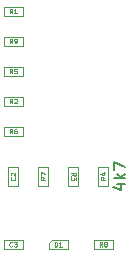
<source format=gbr>
%TF.GenerationSoftware,KiCad,Pcbnew,5.1.7+dfsg1-1~bpo10+1*%
%TF.CreationDate,Date%
%TF.ProjectId,ProMicro_CONN,50726f4d-6963-4726-9f5f-434f4e4e2e6b,v1.4*%
%TF.SameCoordinates,Original*%
%TF.FileFunction,Other,Fab,Top*%
%FSLAX46Y46*%
G04 Gerber Fmt 4.6, Leading zero omitted, Abs format (unit mm)*
G04 Created by KiCad*
%MOMM*%
%LPD*%
G01*
G04 APERTURE LIST*
%ADD10C,0.100000*%
%ADD11C,0.150000*%
%ADD12C,0.060000*%
G04 APERTURE END LIST*
D10*
%TO.C,R4*%
X11830000Y4915000D02*
X11030000Y4915000D01*
X11030000Y4915000D02*
X11030000Y6515000D01*
X11030000Y6515000D02*
X11830000Y6515000D01*
X11830000Y6515000D02*
X11830000Y4915000D01*
%TO.C,R9*%
X3010000Y16745000D02*
X3010000Y17545000D01*
X3010000Y17545000D02*
X4610000Y17545000D01*
X4610000Y17545000D02*
X4610000Y16745000D01*
X4610000Y16745000D02*
X3010000Y16745000D01*
%TO.C,R8*%
X12230000Y-463452D02*
X10630000Y-463452D01*
X12230000Y336548D02*
X12230000Y-463452D01*
X10630000Y336548D02*
X12230000Y336548D01*
X10630000Y-463452D02*
X10630000Y336548D01*
%TO.C,R7*%
X5950000Y4915000D02*
X5950000Y6515000D01*
X6750000Y4915000D02*
X5950000Y4915000D01*
X6750000Y6515000D02*
X6750000Y4915000D01*
X5950000Y6515000D02*
X6750000Y6515000D01*
%TO.C,R6*%
X3010000Y9925000D02*
X4610000Y9925000D01*
X3010000Y9125000D02*
X3010000Y9925000D01*
X4610000Y9125000D02*
X3010000Y9125000D01*
X4610000Y9925000D02*
X4610000Y9125000D01*
%TO.C,R5*%
X3010000Y15005000D02*
X4610000Y15005000D01*
X3010000Y14205000D02*
X3010000Y15005000D01*
X4610000Y14205000D02*
X3010000Y14205000D01*
X4610000Y15005000D02*
X4610000Y14205000D01*
%TO.C,R3*%
X9290000Y6515000D02*
X9290000Y4915000D01*
X8490000Y6515000D02*
X9290000Y6515000D01*
X8490000Y4915000D02*
X8490000Y6515000D01*
X9290000Y4915000D02*
X8490000Y4915000D01*
%TO.C,R2*%
X3010000Y12465000D02*
X4610000Y12465000D01*
X3010000Y11665000D02*
X3010000Y12465000D01*
X4610000Y11665000D02*
X3010000Y11665000D01*
X4610000Y12465000D02*
X4610000Y11665000D01*
%TO.C,R1*%
X3010000Y20085000D02*
X4610000Y20085000D01*
X3010000Y19285000D02*
X3010000Y20085000D01*
X4610000Y19285000D02*
X3010000Y19285000D01*
X4610000Y20085000D02*
X4610000Y19285000D01*
%TO.C,C3*%
X3010000Y336548D02*
X4610000Y336548D01*
X3010000Y-463452D02*
X3010000Y336548D01*
X4610000Y-463452D02*
X3010000Y-463452D01*
X4610000Y336548D02*
X4610000Y-463452D01*
%TO.C,C2*%
X3410000Y4915000D02*
X3410000Y6515000D01*
X4210000Y4915000D02*
X3410000Y4915000D01*
X4210000Y6515000D02*
X4210000Y4915000D01*
X3410000Y6515000D02*
X4210000Y6515000D01*
%TO.C,D1*%
X8420000Y336548D02*
X7120000Y336548D01*
X7120000Y336548D02*
X6820000Y36548D01*
X6820000Y36548D02*
X6820000Y-463452D01*
X6820000Y-463452D02*
X8420000Y-463452D01*
X8420000Y-463452D02*
X8420000Y336548D01*
%TD*%
%TO.C,R4*%
D11*
X12645714Y5024524D02*
X13312380Y5024524D01*
X12264761Y4786429D02*
X12979047Y4548334D01*
X12979047Y5167381D01*
X13312380Y5548334D02*
X12312380Y5548334D01*
X12931428Y5643572D02*
X13312380Y5929286D01*
X12645714Y5929286D02*
X13026666Y5548334D01*
X12312380Y6262620D02*
X12312380Y6929286D01*
X13312380Y6500715D01*
D12*
X11610952Y5648334D02*
X11420476Y5515000D01*
X11610952Y5419762D02*
X11210952Y5419762D01*
X11210952Y5572143D01*
X11230000Y5610239D01*
X11249047Y5629286D01*
X11287142Y5648334D01*
X11344285Y5648334D01*
X11382380Y5629286D01*
X11401428Y5610239D01*
X11420476Y5572143D01*
X11420476Y5419762D01*
X11344285Y5991191D02*
X11610952Y5991191D01*
X11191904Y5895953D02*
X11477619Y5800715D01*
X11477619Y6048334D01*
%TO.C,R9*%
X3743333Y16964048D02*
X3610000Y17154524D01*
X3514761Y16964048D02*
X3514761Y17364048D01*
X3667142Y17364048D01*
X3705238Y17345000D01*
X3724285Y17325953D01*
X3743333Y17287858D01*
X3743333Y17230715D01*
X3724285Y17192620D01*
X3705238Y17173572D01*
X3667142Y17154524D01*
X3514761Y17154524D01*
X3933809Y16964048D02*
X4010000Y16964048D01*
X4048095Y16983096D01*
X4067142Y17002143D01*
X4105238Y17059286D01*
X4124285Y17135477D01*
X4124285Y17287858D01*
X4105238Y17325953D01*
X4086190Y17345000D01*
X4048095Y17364048D01*
X3971904Y17364048D01*
X3933809Y17345000D01*
X3914761Y17325953D01*
X3895714Y17287858D01*
X3895714Y17192620D01*
X3914761Y17154524D01*
X3933809Y17135477D01*
X3971904Y17116429D01*
X4048095Y17116429D01*
X4086190Y17135477D01*
X4105238Y17154524D01*
X4124285Y17192620D01*
%TO.C,R8*%
X11363333Y-244404D02*
X11230000Y-53928D01*
X11134761Y-244404D02*
X11134761Y155596D01*
X11287142Y155596D01*
X11325238Y136548D01*
X11344285Y117501D01*
X11363333Y79406D01*
X11363333Y22263D01*
X11344285Y-15832D01*
X11325238Y-34880D01*
X11287142Y-53928D01*
X11134761Y-53928D01*
X11591904Y-15832D02*
X11553809Y3215D01*
X11534761Y22263D01*
X11515714Y60358D01*
X11515714Y79406D01*
X11534761Y117501D01*
X11553809Y136548D01*
X11591904Y155596D01*
X11668095Y155596D01*
X11706190Y136548D01*
X11725238Y117501D01*
X11744285Y79406D01*
X11744285Y60358D01*
X11725238Y22263D01*
X11706190Y3215D01*
X11668095Y-15832D01*
X11591904Y-15832D01*
X11553809Y-34880D01*
X11534761Y-53928D01*
X11515714Y-92023D01*
X11515714Y-168213D01*
X11534761Y-206309D01*
X11553809Y-225356D01*
X11591904Y-244404D01*
X11668095Y-244404D01*
X11706190Y-225356D01*
X11725238Y-206309D01*
X11744285Y-168213D01*
X11744285Y-92023D01*
X11725238Y-53928D01*
X11706190Y-34880D01*
X11668095Y-15832D01*
%TO.C,R7*%
X6530952Y5648334D02*
X6340476Y5515000D01*
X6530952Y5419762D02*
X6130952Y5419762D01*
X6130952Y5572143D01*
X6150000Y5610239D01*
X6169047Y5629286D01*
X6207142Y5648334D01*
X6264285Y5648334D01*
X6302380Y5629286D01*
X6321428Y5610239D01*
X6340476Y5572143D01*
X6340476Y5419762D01*
X6130952Y5781667D02*
X6130952Y6048334D01*
X6530952Y5876905D01*
%TO.C,R6*%
X3743333Y9344048D02*
X3610000Y9534524D01*
X3514761Y9344048D02*
X3514761Y9744048D01*
X3667142Y9744048D01*
X3705238Y9725000D01*
X3724285Y9705953D01*
X3743333Y9667858D01*
X3743333Y9610715D01*
X3724285Y9572620D01*
X3705238Y9553572D01*
X3667142Y9534524D01*
X3514761Y9534524D01*
X4086190Y9744048D02*
X4010000Y9744048D01*
X3971904Y9725000D01*
X3952857Y9705953D01*
X3914761Y9648810D01*
X3895714Y9572620D01*
X3895714Y9420239D01*
X3914761Y9382143D01*
X3933809Y9363096D01*
X3971904Y9344048D01*
X4048095Y9344048D01*
X4086190Y9363096D01*
X4105238Y9382143D01*
X4124285Y9420239D01*
X4124285Y9515477D01*
X4105238Y9553572D01*
X4086190Y9572620D01*
X4048095Y9591667D01*
X3971904Y9591667D01*
X3933809Y9572620D01*
X3914761Y9553572D01*
X3895714Y9515477D01*
%TO.C,R5*%
X3743333Y14424048D02*
X3610000Y14614524D01*
X3514761Y14424048D02*
X3514761Y14824048D01*
X3667142Y14824048D01*
X3705238Y14805000D01*
X3724285Y14785953D01*
X3743333Y14747858D01*
X3743333Y14690715D01*
X3724285Y14652620D01*
X3705238Y14633572D01*
X3667142Y14614524D01*
X3514761Y14614524D01*
X4105238Y14824048D02*
X3914761Y14824048D01*
X3895714Y14633572D01*
X3914761Y14652620D01*
X3952857Y14671667D01*
X4048095Y14671667D01*
X4086190Y14652620D01*
X4105238Y14633572D01*
X4124285Y14595477D01*
X4124285Y14500239D01*
X4105238Y14462143D01*
X4086190Y14443096D01*
X4048095Y14424048D01*
X3952857Y14424048D01*
X3914761Y14443096D01*
X3895714Y14462143D01*
%TO.C,R3*%
X8709047Y5781667D02*
X8899523Y5915000D01*
X8709047Y6010239D02*
X9109047Y6010239D01*
X9109047Y5857858D01*
X9090000Y5819762D01*
X9070952Y5800715D01*
X9032857Y5781667D01*
X8975714Y5781667D01*
X8937619Y5800715D01*
X8918571Y5819762D01*
X8899523Y5857858D01*
X8899523Y6010239D01*
X9109047Y5648334D02*
X9109047Y5400715D01*
X8956666Y5534048D01*
X8956666Y5476905D01*
X8937619Y5438810D01*
X8918571Y5419762D01*
X8880476Y5400715D01*
X8785238Y5400715D01*
X8747142Y5419762D01*
X8728095Y5438810D01*
X8709047Y5476905D01*
X8709047Y5591191D01*
X8728095Y5629286D01*
X8747142Y5648334D01*
%TO.C,R2*%
X3743333Y11884048D02*
X3610000Y12074524D01*
X3514761Y11884048D02*
X3514761Y12284048D01*
X3667142Y12284048D01*
X3705238Y12265000D01*
X3724285Y12245953D01*
X3743333Y12207858D01*
X3743333Y12150715D01*
X3724285Y12112620D01*
X3705238Y12093572D01*
X3667142Y12074524D01*
X3514761Y12074524D01*
X3895714Y12245953D02*
X3914761Y12265000D01*
X3952857Y12284048D01*
X4048095Y12284048D01*
X4086190Y12265000D01*
X4105238Y12245953D01*
X4124285Y12207858D01*
X4124285Y12169762D01*
X4105238Y12112620D01*
X3876666Y11884048D01*
X4124285Y11884048D01*
%TO.C,R1*%
X3743333Y19504048D02*
X3610000Y19694524D01*
X3514761Y19504048D02*
X3514761Y19904048D01*
X3667142Y19904048D01*
X3705238Y19885000D01*
X3724285Y19865953D01*
X3743333Y19827858D01*
X3743333Y19770715D01*
X3724285Y19732620D01*
X3705238Y19713572D01*
X3667142Y19694524D01*
X3514761Y19694524D01*
X4124285Y19504048D02*
X3895714Y19504048D01*
X4010000Y19504048D02*
X4010000Y19904048D01*
X3971904Y19846905D01*
X3933809Y19808810D01*
X3895714Y19789762D01*
%TO.C,C3*%
X3743333Y-206309D02*
X3724285Y-225356D01*
X3667142Y-244404D01*
X3629047Y-244404D01*
X3571904Y-225356D01*
X3533809Y-187261D01*
X3514761Y-149166D01*
X3495714Y-72975D01*
X3495714Y-15832D01*
X3514761Y60358D01*
X3533809Y98453D01*
X3571904Y136548D01*
X3629047Y155596D01*
X3667142Y155596D01*
X3724285Y136548D01*
X3743333Y117501D01*
X3876666Y155596D02*
X4124285Y155596D01*
X3990952Y3215D01*
X4048095Y3215D01*
X4086190Y-15832D01*
X4105238Y-34880D01*
X4124285Y-72975D01*
X4124285Y-168213D01*
X4105238Y-206309D01*
X4086190Y-225356D01*
X4048095Y-244404D01*
X3933809Y-244404D01*
X3895714Y-225356D01*
X3876666Y-206309D01*
%TO.C,C2*%
X3952857Y5648334D02*
X3971904Y5629286D01*
X3990952Y5572143D01*
X3990952Y5534048D01*
X3971904Y5476905D01*
X3933809Y5438810D01*
X3895714Y5419762D01*
X3819523Y5400715D01*
X3762380Y5400715D01*
X3686190Y5419762D01*
X3648095Y5438810D01*
X3610000Y5476905D01*
X3590952Y5534048D01*
X3590952Y5572143D01*
X3610000Y5629286D01*
X3629047Y5648334D01*
X3629047Y5800715D02*
X3610000Y5819762D01*
X3590952Y5857858D01*
X3590952Y5953096D01*
X3610000Y5991191D01*
X3629047Y6010239D01*
X3667142Y6029286D01*
X3705238Y6029286D01*
X3762380Y6010239D01*
X3990952Y5781667D01*
X3990952Y6029286D01*
%TO.C,D1*%
X7324761Y-244404D02*
X7324761Y155596D01*
X7420000Y155596D01*
X7477142Y136548D01*
X7515238Y98453D01*
X7534285Y60358D01*
X7553333Y-15832D01*
X7553333Y-72975D01*
X7534285Y-149166D01*
X7515238Y-187261D01*
X7477142Y-225356D01*
X7420000Y-244404D01*
X7324761Y-244404D01*
X7934285Y-244404D02*
X7705714Y-244404D01*
X7820000Y-244404D02*
X7820000Y155596D01*
X7781904Y98453D01*
X7743809Y60358D01*
X7705714Y41310D01*
%TD*%
M02*

</source>
